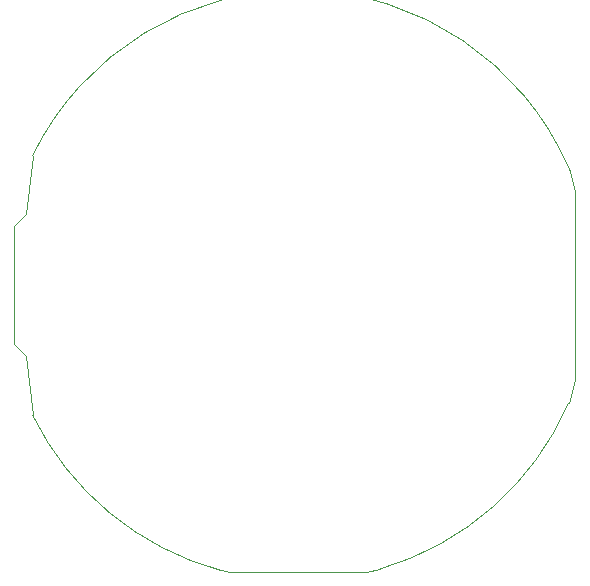
<source format=gm1>
G04 #@! TF.GenerationSoftware,KiCad,Pcbnew,(5.1.10)-1*
G04 #@! TF.CreationDate,2022-01-26T20:28:20-05:00*
G04 #@! TF.ProjectId,FestivalNecklace,46657374-6976-4616-9c4e-65636b6c6163,rev?*
G04 #@! TF.SameCoordinates,Original*
G04 #@! TF.FileFunction,Profile,NP*
%FSLAX46Y46*%
G04 Gerber Fmt 4.6, Leading zero omitted, Abs format (unit mm)*
G04 Created by KiCad (PCBNEW (5.1.10)-1) date 2022-01-26 20:28:20*
%MOMM*%
%LPD*%
G01*
G04 APERTURE LIST*
G04 #@! TA.AperFunction,Profile*
%ADD10C,0.050000*%
G04 #@! TD*
G04 APERTURE END LIST*
D10*
X76000000Y-105000000D02*
X77000000Y-106000000D01*
X76000000Y-95000000D02*
X77000000Y-94000000D01*
X105750000Y-124250000D02*
X94250000Y-124250000D01*
X93464613Y-124130658D02*
X94250000Y-124250000D01*
X122926751Y-90031847D02*
X123500000Y-92000000D01*
X122926751Y-109968153D02*
X123500000Y-108000000D01*
X105750000Y-124250000D02*
X107000000Y-124000000D01*
X93464613Y-124130658D02*
G75*
G02*
X77540392Y-110980253I6535387J24130658D01*
G01*
X77540392Y-110980253D02*
X77000000Y-106000000D01*
X77540392Y-89019747D02*
X77000000Y-94000000D01*
X76000000Y-105000000D02*
X76000000Y-95000000D01*
X77540392Y-89019744D02*
G75*
G02*
X122926751Y-90031847I22459608J-10980256D01*
G01*
X122926751Y-109968153D02*
G75*
G02*
X107000000Y-124000000I-22926751J9968153D01*
G01*
X123500000Y-108000000D02*
X123500000Y-92000000D01*
M02*

</source>
